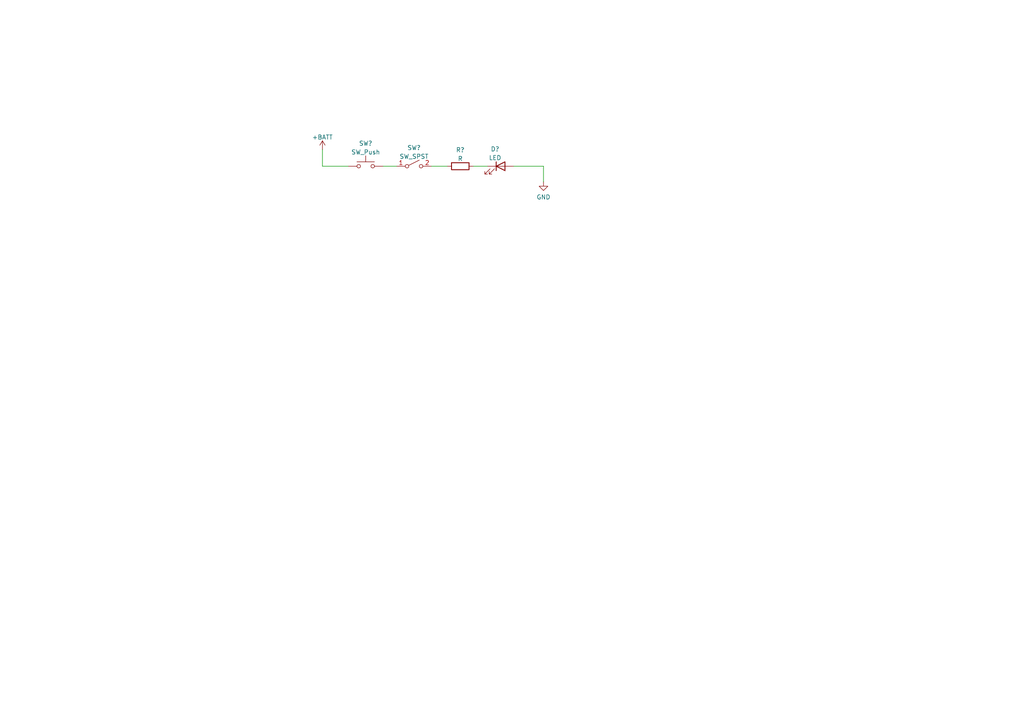
<source format=kicad_sch>
(kicad_sch (version 20211123) (generator eeschema)
  (paper "A4")
  (lib_symbols
    (symbol "Device:LED" (pin_numbers hide) (pin_names (offset 1.016) hide)
      (property "Reference" "D" (at 0 2.54 0))
      (property "Value" "LED" (at 0 -2.54 0))
      (symbol "LED_0_1"
        (polyline (pts (xy -1.27 -1.27) (xy -1.27 1.27)) (stroke (width 0.254)))
        (polyline (pts (xy -1.27 0) (xy 1.27 0)))
        (polyline (pts (xy 1.27 -1.27) (xy 1.27 1.27) (xy -1.27 0) (xy 1.27 -1.27)) (stroke (width 0.254)))
        (polyline (pts (xy -3.048 -0.762) (xy -4.572 -2.286) (xy -3.81 -2.286) (xy -4.572 -2.286) (xy -4.572 -1.524)))
        (polyline (pts (xy -1.778 -0.762) (xy -3.302 -2.286) (xy -2.54 -2.286) (xy -3.302 -2.286) (xy -3.302 -1.524)))
      )
      (symbol "LED_1_1"
        (pin passive line (at -3.81 0 0) (length 2.54) (name "K") (number "1"))
        (pin passive line (at 3.81 0 180) (length 2.54) (name "A") (number "2"))
      )
    )
    (symbol "Device:R" (pin_numbers hide) (pin_names (offset 0))
      (property "Reference" "R" (at 2.032 0 90))
      (property "Value" "R" (at 0 0 90))
      (symbol "R_0_1"
        (rectangle (start -1.016 -2.54) (end 1.016 2.54) (stroke (width 0.254)))
      )
      (symbol "R_1_1"
        (pin passive line (at 0 3.81 270) (length 1.27) (name "~") (number "1"))
        (pin passive line (at 0 -3.81 90) (length 1.27) (name "~") (number "2"))
      )
    )
    (symbol "Switch:SW_Push" (pin_numbers hide) (pin_names (offset 1.016) hide)
      (property "Reference" "SW" (at 1.27 2.54 0))
      (property "Value" "SW_Push" (at 0 -1.524 0))
      (symbol "SW_Push_0_1"
        (circle (center -2.032 0) (radius 0.508))
        (polyline (pts (xy 0 1.27) (xy 0 3.048)))
        (polyline (pts (xy 2.54 1.27) (xy -2.54 1.27)))
        (circle (center 2.032 0) (radius 0.508))
        (pin passive line (at -5.08 0 0) (length 2.54) (name "1") (number "1"))
        (pin passive line (at 5.08 0 180) (length 2.54) (name "2") (number "2"))
      )
    )
    (symbol "Switch:SW_SPST" (pin_names (offset 0) hide)
      (property "Reference" "SW" (at 0 3.175 0))
      (property "Value" "SW_SPST" (at 0 -2.54 0))
      (symbol "SW_SPST_0_0"
        (circle (center -2.032 0) (radius 0.508))
        (polyline (pts (xy -1.524 0.254) (xy 1.524 1.778)))
        (circle (center 2.032 0) (radius 0.508))
      )
      (symbol "SW_SPST_1_1"
        (pin passive line (at -5.08 0 0) (length 2.54) (name "A") (number "1"))
        (pin passive line (at 5.08 0 180) (length 2.54) (name "B") (number "2"))
      )
    )
    (symbol "power:+BATT" (power) (pin_names (offset 0))
      (property "Value" "+BATT" (at 0 3.556 0))
      (symbol "+BATT_0_1"
        (polyline (pts (xy -0.762 1.27) (xy 0 2.54)))
        (polyline (pts (xy 0 0) (xy 0 2.54)))
        (polyline (pts (xy 0 2.54) (xy 0.762 1.27)))
      )
      (symbol "+BATT_1_1"
        (pin power_in line (at 0 0 90) (length 0) hide (name "+BATT") (number "1"))
      )
    )
    (symbol "power:GND" (power) (pin_names (offset 0))
      (property "Value" "GND" (at 0 -3.81 0))
      (symbol "GND_0_1"
        (polyline (pts (xy 0 0) (xy 0 -1.27) (xy 1.27 -1.27) (xy 0 -2.54) (xy -1.27 -1.27) (xy 0 -1.27)))
      )
      (symbol "GND_1_1"
        (pin power_in line (at 0 0 270) (length 0) hide (name "GND") (number "1"))
      )
    )
  )
  (wire (pts (xy 100.9904 48.2092) (xy 93.5228 48.2092)))
  (wire (pts (xy 148.9964 48.2092) (xy 157.6324 48.2092)))
  (wire (pts (xy 157.6324 48.2092) (xy 157.6324 52.7304)))
  (wire (pts (xy 125.1712 48.2092) (xy 129.6924 48.2092)))
  (wire (pts (xy 93.5228 48.2092) (xy 93.5228 43.3832)))
  (wire (pts (xy 137.3124 48.2092) (xy 141.3764 48.2092)))
  (wire (pts (xy 111.1504 48.2092) (xy 115.0112 48.2092)))
  (symbol (lib_id "power:+BATT") (at 93.5228 43.3832 0) (unit 1)
    (property "Reference" "#PWR?" (effects hide))
    (property "Value" "+BATT" (at 93.5228 39.8074 0))
  )
  (symbol (lib_id "power:GND") (at 157.6324 52.7304 0) (unit 1)
    (property "Reference" "#PWR?" (effects hide))
    (property "Value" "GND" (at 157.6324 57.1738 0))
  )
  (symbol (lib_id "Switch:SW_SPST") (at 120.0912 48.2092 0) (unit 1)
    (property "Reference" "SW?" (at 120.0912 42.8584 0))
    (property "Value" "SW_SPST" (at 120.0912 45.3953 0))
  )
  (symbol (lib_id "Device:R") (at 133.5024 48.2092 90) (unit 1)
    (property "Reference" "R?" (at 133.5024 43.4934 90))
    (property "Value" "R" (at 133.5024 46.0303 90))
  )
  (symbol (lib_id "Device:LED") (at 145.1864 48.2092 0) (unit 1)
    (property "Reference" "D?" (at 143.5989 43.2394 0))
    (property "Value" "LED" (at 143.5989 45.7763 0))
  )
  (symbol (lib_id "Switch:SW_Push") (at 106.0704 48.2092 0) (unit 1)
    (property "Reference" "SW?" (at 106.0704 41.5884 0))
    (property "Value" "SW_Push" (at 106.0704 44.1253 0))
  )
)
</source>
